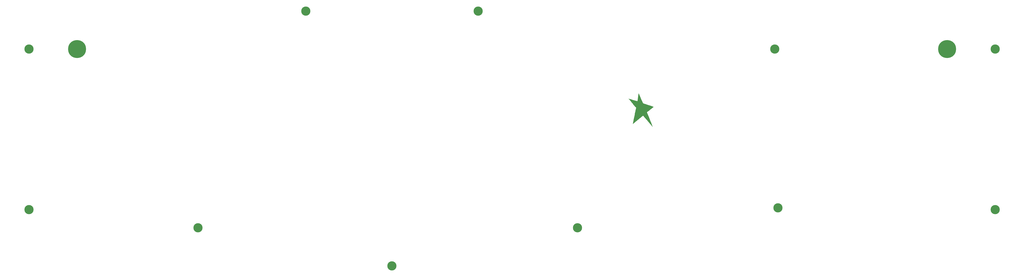
<source format=gts>
G04 #@! TF.GenerationSoftware,KiCad,Pcbnew,(6.0.1-0)*
G04 #@! TF.CreationDate,2022-06-20T19:50:09-07:00*
G04 #@! TF.ProjectId,bottom,626f7474-6f6d-42e6-9b69-6361645f7063,rev?*
G04 #@! TF.SameCoordinates,Original*
G04 #@! TF.FileFunction,Soldermask,Top*
G04 #@! TF.FilePolarity,Negative*
%FSLAX46Y46*%
G04 Gerber Fmt 4.6, Leading zero omitted, Abs format (unit mm)*
G04 Created by KiCad (PCBNEW (6.0.1-0)) date 2022-06-20 19:50:09*
%MOMM*%
%LPD*%
G01*
G04 APERTURE LIST*
%ADD10C,4.400000*%
%ADD11C,8.600000*%
G04 APERTURE END LIST*
G36*
X311077866Y-272772342D02*
G01*
X311108496Y-272836486D01*
X311156421Y-272941366D01*
X311220306Y-273083941D01*
X311298817Y-273261165D01*
X311390620Y-273469996D01*
X311494379Y-273707390D01*
X311608762Y-273970304D01*
X311732433Y-274255695D01*
X311864059Y-274560519D01*
X312002304Y-274881733D01*
X312125015Y-275167698D01*
X313168056Y-277601679D01*
X313422565Y-277684846D01*
X313519714Y-277716555D01*
X313654902Y-277760630D01*
X313817760Y-277813693D01*
X313997921Y-277872365D01*
X314185018Y-277933270D01*
X314300621Y-277970888D01*
X314462074Y-278023764D01*
X314652864Y-278086834D01*
X314868751Y-278158657D01*
X315105494Y-278237792D01*
X315358852Y-278322796D01*
X315624586Y-278412228D01*
X315898453Y-278504646D01*
X316176214Y-278598608D01*
X316453629Y-278692672D01*
X316726456Y-278785398D01*
X316990456Y-278875342D01*
X317241386Y-278961064D01*
X317475008Y-279041122D01*
X317687080Y-279114073D01*
X317873362Y-279178476D01*
X318029613Y-279232889D01*
X318151593Y-279275871D01*
X318235061Y-279305980D01*
X318275776Y-279321774D01*
X318279015Y-279323500D01*
X318261877Y-279340868D01*
X318208053Y-279386885D01*
X318120959Y-279458846D01*
X318004006Y-279554046D01*
X317860608Y-279669779D01*
X317694179Y-279803340D01*
X317508133Y-279952024D01*
X317305882Y-280113125D01*
X317090839Y-280283938D01*
X316866420Y-280461758D01*
X316636036Y-280643879D01*
X316403101Y-280827596D01*
X316171029Y-281010203D01*
X315943233Y-281188997D01*
X315723126Y-281361270D01*
X315514123Y-281524317D01*
X315319636Y-281675435D01*
X315143078Y-281811916D01*
X315018991Y-281907249D01*
X315027299Y-281930963D01*
X315053826Y-281996840D01*
X315096643Y-282100300D01*
X315153823Y-282236761D01*
X315223439Y-282401640D01*
X315303562Y-282590356D01*
X315392264Y-282798328D01*
X315485900Y-283016969D01*
X315735500Y-283605497D01*
X315986245Y-284210666D01*
X316240187Y-284837664D01*
X316499376Y-285491681D01*
X316765865Y-286177904D01*
X317041703Y-286901521D01*
X317328943Y-287667722D01*
X317396608Y-287849900D01*
X317471342Y-288051315D01*
X317541873Y-288241159D01*
X317605900Y-288413257D01*
X317661123Y-288561436D01*
X317705241Y-288679524D01*
X317735955Y-288761346D01*
X317749873Y-288797946D01*
X317768792Y-288856765D01*
X317771540Y-288889277D01*
X317768101Y-288891643D01*
X317748225Y-288872378D01*
X317699298Y-288818084D01*
X317624835Y-288732854D01*
X317528351Y-288620780D01*
X317413360Y-288485955D01*
X317283378Y-288332471D01*
X317141919Y-288164421D01*
X317074770Y-288084319D01*
X316916565Y-287895590D01*
X316739298Y-287684536D01*
X316545565Y-287454224D01*
X316337965Y-287207724D01*
X316119095Y-286948103D01*
X315891553Y-286678430D01*
X315657936Y-286401771D01*
X315420843Y-286121196D01*
X315182871Y-285839771D01*
X314946619Y-285560566D01*
X314714682Y-285286647D01*
X314489660Y-285021084D01*
X314274151Y-284766943D01*
X314070751Y-284527294D01*
X313882058Y-284305203D01*
X313710671Y-284103740D01*
X313559187Y-283925971D01*
X313430204Y-283774966D01*
X313326319Y-283653791D01*
X313250131Y-283565515D01*
X313205321Y-283514416D01*
X313183737Y-283527682D01*
X313125435Y-283571654D01*
X313032769Y-283644411D01*
X312908091Y-283744033D01*
X312753753Y-283868597D01*
X312572108Y-284016183D01*
X312365509Y-284184869D01*
X312136308Y-284372736D01*
X311886858Y-284577861D01*
X311619512Y-284798324D01*
X311336622Y-285032204D01*
X311040541Y-285277579D01*
X310733621Y-285532529D01*
X310721029Y-285543000D01*
X310413904Y-285798240D01*
X310117700Y-286044017D01*
X309834756Y-286278411D01*
X309567412Y-286499500D01*
X309318006Y-286705364D01*
X309088876Y-286894080D01*
X308882363Y-287063729D01*
X308700804Y-287212388D01*
X308546539Y-287338136D01*
X308421907Y-287439052D01*
X308329246Y-287513215D01*
X308270895Y-287558704D01*
X308249193Y-287573597D01*
X308249117Y-287573519D01*
X308253236Y-287546492D01*
X308267015Y-287472947D01*
X308289772Y-287356207D01*
X308320823Y-287199593D01*
X308359486Y-287006428D01*
X308405080Y-286780034D01*
X308456922Y-286523733D01*
X308514329Y-286240847D01*
X308576619Y-285934699D01*
X308643109Y-285608611D01*
X308713119Y-285265905D01*
X308785964Y-284909904D01*
X308860962Y-284543929D01*
X308937432Y-284171302D01*
X309014691Y-283795347D01*
X309092057Y-283419385D01*
X309168847Y-283046738D01*
X309244378Y-282680730D01*
X309317969Y-282324681D01*
X309388938Y-281981914D01*
X309456601Y-281655751D01*
X309520276Y-281349515D01*
X309579282Y-281066528D01*
X309632935Y-280810112D01*
X309680553Y-280583589D01*
X309721455Y-280390281D01*
X309754957Y-280233511D01*
X309780378Y-280116601D01*
X309784848Y-280096426D01*
X309853652Y-279787341D01*
X309230868Y-279040214D01*
X309130420Y-278919088D01*
X309009131Y-278771787D01*
X308869648Y-278601592D01*
X308714619Y-278411783D01*
X308546688Y-278205642D01*
X308368504Y-277986450D01*
X308182713Y-277757488D01*
X307991961Y-277522037D01*
X307798896Y-277283378D01*
X307606163Y-277044792D01*
X307416411Y-276809560D01*
X307232284Y-276580964D01*
X307056431Y-276362285D01*
X306891498Y-276156803D01*
X306740132Y-275967799D01*
X306604978Y-275798555D01*
X306488685Y-275652352D01*
X306393898Y-275532471D01*
X306323265Y-275442193D01*
X306279432Y-275384799D01*
X306265046Y-275363570D01*
X306265062Y-275363549D01*
X306289760Y-275369775D01*
X306358968Y-275389754D01*
X306468557Y-275422237D01*
X306614395Y-275465975D01*
X306792352Y-275519721D01*
X306998297Y-275582226D01*
X307228100Y-275652242D01*
X307477630Y-275728521D01*
X307742756Y-275809814D01*
X307797987Y-275826779D01*
X308130074Y-275928109D01*
X308455274Y-276025983D01*
X308769697Y-276119309D01*
X309069455Y-276206996D01*
X309350657Y-276287953D01*
X309609413Y-276361090D01*
X309841834Y-276425314D01*
X310044031Y-276479535D01*
X310212113Y-276522661D01*
X310342190Y-276553602D01*
X310430374Y-276571266D01*
X310465814Y-276575151D01*
X310473465Y-276574565D01*
X310480639Y-276570714D01*
X310487845Y-276560459D01*
X310495590Y-276540658D01*
X310504384Y-276508173D01*
X310514736Y-276459861D01*
X310527154Y-276392585D01*
X310542148Y-276303203D01*
X310560227Y-276188575D01*
X310581900Y-276045561D01*
X310607675Y-275871021D01*
X310638061Y-275661815D01*
X310673568Y-275414802D01*
X310714703Y-275126843D01*
X310761977Y-274794798D01*
X310815898Y-274415525D01*
X310816425Y-274411824D01*
X310856877Y-274128650D01*
X310895591Y-273860386D01*
X310931929Y-273611277D01*
X310965254Y-273385565D01*
X310994929Y-273187494D01*
X311020314Y-273021307D01*
X311040773Y-272891248D01*
X311055668Y-272801559D01*
X311064361Y-272756485D01*
X311065865Y-272751979D01*
X311077866Y-272772342D01*
G37*
D10*
X234156250Y-233362500D03*
X376237500Y-251618750D03*
X151606250Y-233362500D03*
D11*
X42068750Y-251618750D03*
D10*
X100012500Y-337343750D03*
X481806250Y-328612500D03*
X192881250Y-355600000D03*
X281781250Y-337343750D03*
X481806250Y-251618750D03*
X19050000Y-328612500D03*
D11*
X458787500Y-251618750D03*
D10*
X19050000Y-251618750D03*
X377825000Y-327818750D03*
M02*

</source>
